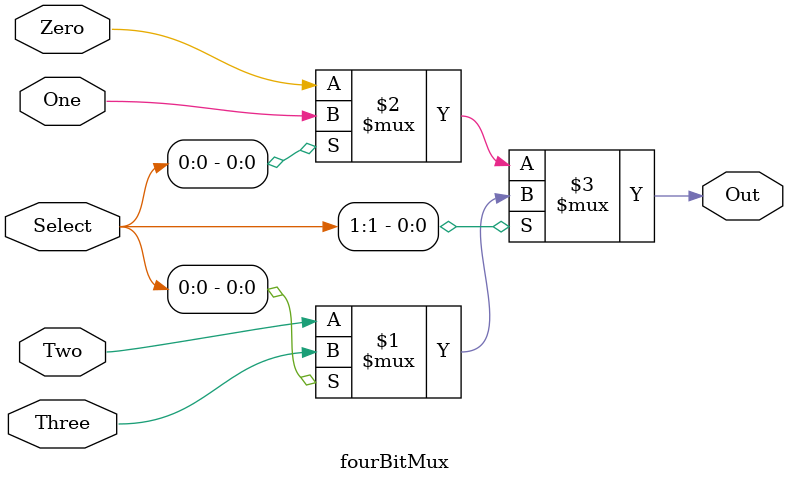
<source format=v>
module twoBitMux(Zero, One, Select, Out);
    parameter n = 1;
    input Select;
    input [n - 1 : 0] Zero, One;
    output [n - 1 : 0] Out;
    assign Out = Select ? One : Zero;
endmodule


module fourBitMux(Zero, One, Two, Three, Select, Out);
    parameter n = 1;
    input [1 : 0] Select;
    input [n - 1 : 0] Zero, One, Two, Three;
    output [n - 1 : 0] Out;
    assign Out = Select[1] ? (Select[0] ? Three : Two) : (Select[0] ? One : Zero);
endmodule

</source>
